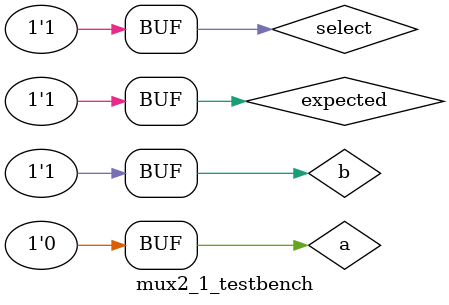
<source format=v>
`define DELAY 20
module mux2_1_testbench();
   reg a, b, select;
   reg expected;
   wire tresult;
   wire out;

   mux2_1 m21 (out, a, b, select);
   xnor xn(tresult, out, expected);

   initial begin
      a = 1'b1; b = 1'b0; select = 1'b0;
      expected = 1'b1;
      #`DELAY;
      a = 1'b0; b = 1'b1; select = 1'b1;
      expected = 1'b1;
   end

   initial begin
      $monitor("time = %2d, a =%1b, b=%1b, select=%1b, out=%1b, expected=%1b, tresult=%1b", $time, a, b, select, out, expected, tresult);
   end

endmodule //mux2_1_testbench

</source>
